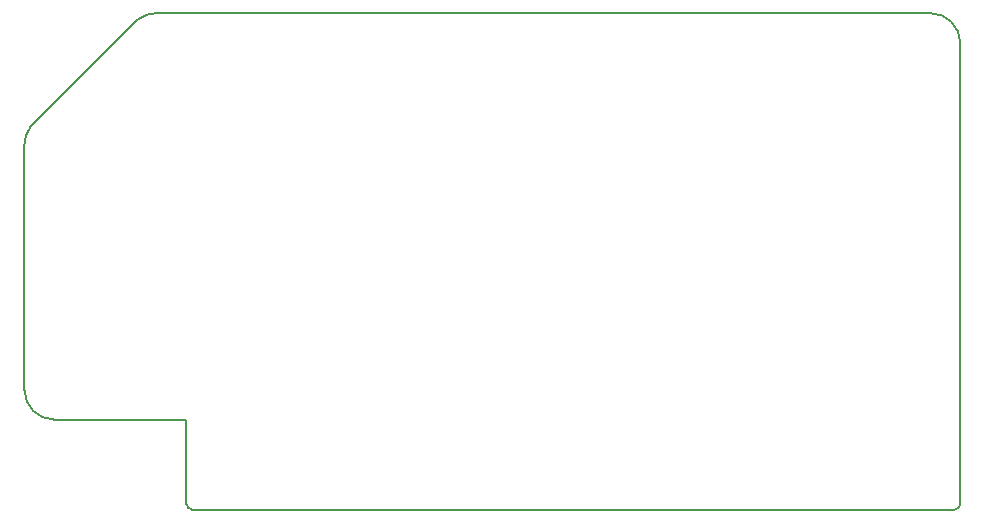
<source format=gm1>
G04 #@! TF.GenerationSoftware,KiCad,Pcbnew,(5.1.5-0-10_14)*
G04 #@! TF.CreationDate,2020-12-04T06:35:06-05:00*
G04 #@! TF.ProjectId,RAM128,52414d31-3238-42e6-9b69-6361645f7063,rev?*
G04 #@! TF.SameCoordinates,Original*
G04 #@! TF.FileFunction,Profile,NP*
%FSLAX46Y46*%
G04 Gerber Fmt 4.6, Leading zero omitted, Abs format (unit mm)*
G04 Created by KiCad (PCBNEW (5.1.5-0-10_14)) date 2020-12-04 06:35:06*
%MOMM*%
%LPD*%
G04 APERTURE LIST*
%ADD10C,0.150000*%
G04 APERTURE END LIST*
D10*
X139446000Y-100203000D02*
X139446000Y-132080000D01*
X60706001Y-107314999D02*
X69850000Y-98171000D01*
X60198000Y-108839000D02*
X60198000Y-129540000D01*
X69850000Y-98171000D02*
G75*
G02X71374000Y-97663000I1524000J-2032000D01*
G01*
X71374000Y-97663000D02*
X136906000Y-97663000D01*
X62738000Y-132080000D02*
X73914000Y-132080000D01*
X60706001Y-107314999D02*
G75*
G03X60198000Y-108839000I2031999J-1524001D01*
G01*
X136906000Y-97663000D02*
G75*
G02X139446000Y-100203000I0J-2540000D01*
G01*
X139446000Y-132080000D02*
X139446000Y-139192000D01*
X62738000Y-132080000D02*
G75*
G02X60198000Y-129540000I0J2540000D01*
G01*
X73914000Y-132080000D02*
X73914000Y-139192000D01*
X139446000Y-139192000D02*
G75*
G02X138938000Y-139700000I-508000J0D01*
G01*
X74422000Y-139700000D02*
G75*
G02X73914000Y-139192000I0J508000D01*
G01*
X138938000Y-139700000D02*
X74422000Y-139700000D01*
M02*

</source>
